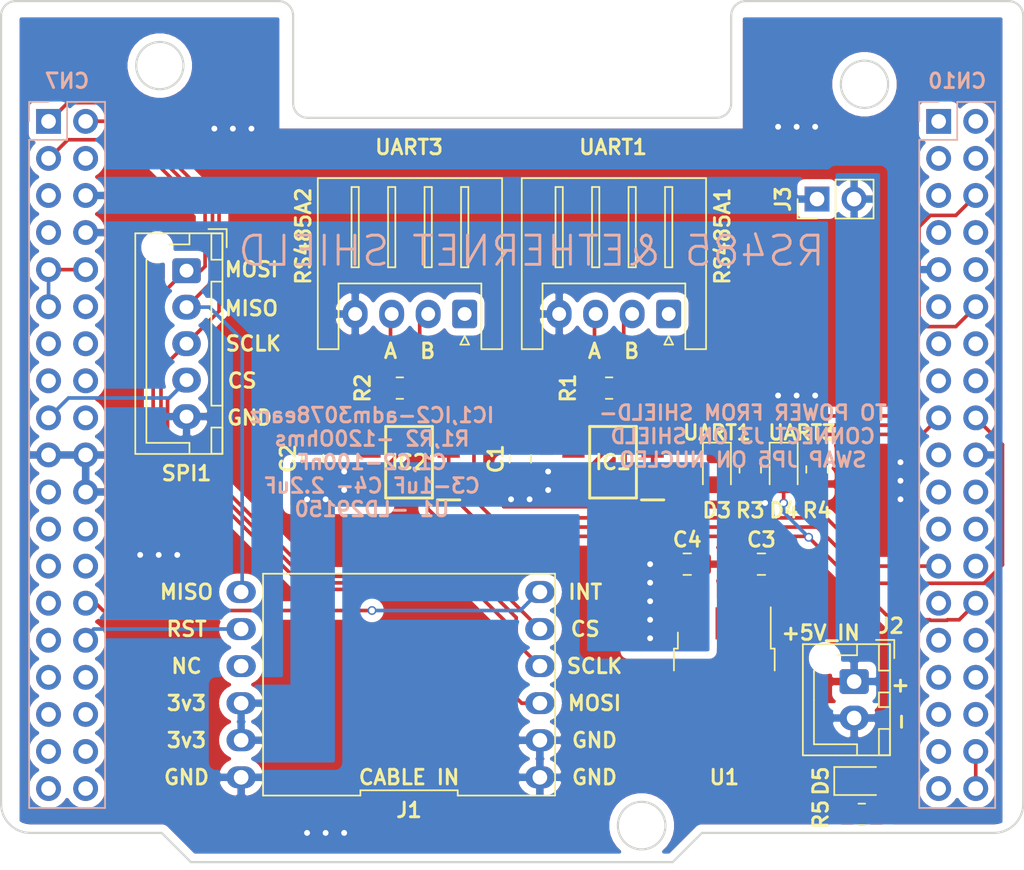
<source format=kicad_pcb>
(kicad_pcb (version 20171130) (host pcbnew "(5.1.10)-1")
  (layers (0 F.Cu signal) (31 B.Cu signal) (34 B.Paste user hide) (35 F.Paste user hide) (36 B.SilkS user) (37 F.SilkS user) (38 B.Mask user) (39 F.Mask user) (44 Edge.Cuts user))
  (net 0 "")
  (net 1 GND)
  (net 2 /NC)
  (net 3 +3V3)
  (net 4 RST)
  (net 5 INT)
  (net 6 SPI_CS)
  (net 7 SPI_MOSI)
  (net 8 SPI_MISO)
  (net 9 SPI_SCLK)
  (net 10 UART3_DE)
  (net 11 UART3_TX)
  (net 12 UART3_RX)
  (net 13 UART1_TX)
  (net 14 UART1_DE)
  (net 15 UART1_RX)
  (net 16 V_IN)
  (net 17 E5V)
  (net 18 "Net-(D3-Pad1)")
  (net 19 "Net-(D4-Pad1)")
  (net 20 "Net-(D5-Pad1)")
  (net 21 "Net-(IC1-Pad7)")
  (net 22 "Net-(IC1-Pad6)")
  (net 23 "Net-(IC2-Pad6)")
  (net 24 "Net-(IC2-Pad7)")
  (module Connector_JST:JST_XH_S4B-XH-A_1x04_P2.50mm_Horizontal (layer F.Cu) (at 161.75 84.44 180)
    (fp_text reference RS485A2 (at 11.049 5.334 90) (layer F.SilkS) (effects (font (thickness 0.2))))
    (fp_text value Conn_01x04)
    (pad 4 thru_hole oval (at 7.5 0 180) (size 1.7 1.95) (drill 0.95) (layers *.Cu *.Mask) (net 1 GND))
    (pad 3 thru_hole oval (at 5 0 180) (size 1.7 1.95) (drill 0.95) (layers *.Cu *.Mask) (net 23 "Net-(IC2-Pad6)"))
    (pad 2 thru_hole oval (at 2.5 0 180) (size 1.7 1.95) (drill 0.95) (layers *.Cu *.Mask) (net 24 "Net-(IC2-Pad7)"))
    (pad 1 thru_hole roundrect (at 0 0 180) (size 1.7 1.95) (drill 0.95) (layers *.Cu *.Mask) (roundrect_rratio 0.1470588235294118))
  )
  (module Resistor_SMD:R_0805_2012Metric_Pad1.20x1.40mm_HandSolder (layer F.Cu) (at 188.944 118.73)
    (fp_text reference R5 (at -2.81 0 90) (layer F.SilkS) (effects (font (thickness 0.2))))
    (fp_text value R)
    (pad 2 smd roundrect (at 1 0) (size 1.2 1.4) (layers F.Cu F.Paste F.Mask) (roundrect_rratio 0.2083325) (net 1 GND))
    (pad 1 smd roundrect (at -1 0) (size 1.2 1.4) (layers F.Cu F.Paste F.Mask) (roundrect_rratio 0.2083325) (net 20 "Net-(D5-Pad1)"))
  )
  (module Resistor_SMD:R_0805_2012Metric_Pad1.20x1.40mm_HandSolder (layer F.Cu) (at 185.88 95.092 270)
    (fp_text reference R4 (at 2.81 0 180) (layer F.SilkS) (effects (font (thickness 0.2))))
    (fp_text value R)
    (pad 2 smd roundrect (at 1 0 270) (size 1.2 1.4) (layers F.Cu F.Paste F.Mask) (roundrect_rratio 0.2083325) (net 1 GND))
    (pad 1 smd roundrect (at -1 0 270) (size 1.2 1.4) (layers F.Cu F.Paste F.Mask) (roundrect_rratio 0.2083325) (net 19 "Net-(D4-Pad1)"))
  )
  (module Resistor_SMD:R_0805_2012Metric_Pad1.20x1.40mm_HandSolder (layer F.Cu) (at 181.308 95.092 270)
    (fp_text reference R3 (at 2.81 0 180) (layer F.SilkS) (effects (font (thickness 0.2))))
    (fp_text value R)
    (pad 2 smd roundrect (at 1 0 270) (size 1.2 1.4) (layers F.Cu F.Paste F.Mask) (roundrect_rratio 0.2083325) (net 1 GND))
    (pad 1 smd roundrect (at -1 0 270) (size 1.2 1.4) (layers F.Cu F.Paste F.Mask) (roundrect_rratio 0.2083325) (net 18 "Net-(D3-Pad1)"))
  )
  (module Resistor_SMD:R_0805_2012Metric_Pad1.20x1.40mm_HandSolder (layer F.Cu) (at 157.305 89.52 180)
    (fp_text reference R2 (at 2.54 0 90) (layer F.SilkS) (effects (font (thickness 0.2))))
    (fp_text value 120)
    (pad 2 smd roundrect (at 1 0 180) (size 1.2 1.4) (layers F.Cu F.Paste F.Mask) (roundrect_rratio 0.2083325) (net 23 "Net-(IC2-Pad6)"))
    (pad 1 smd roundrect (at -1 0 180) (size 1.2 1.4) (layers F.Cu F.Paste F.Mask) (roundrect_rratio 0.2083325) (net 24 "Net-(IC2-Pad7)"))
  )
  (module LED_SMD:LED_0805_2012Metric_Pad1.15x1.40mm_HandSolder (layer F.Cu) (at 188.919 116.444)
    (fp_text reference D5 (at -2.785 0 90) (layer F.SilkS) (effects (font (thickness 0.2))))
    (fp_text value LED)
    (pad 2 smd roundrect (at 1.025 0) (size 1.15 1.4) (layers F.Cu F.Paste F.Mask) (roundrect_rratio 0.2173904347826087) (net 16 V_IN))
    (pad 1 smd roundrect (at -1.025 0) (size 1.15 1.4) (layers F.Cu F.Paste F.Mask) (roundrect_rratio 0.2173904347826087) (net 20 "Net-(D5-Pad1)"))
  )
  (module LED_SMD:LED_0805_2012Metric_Pad1.15x1.40mm_HandSolder (layer F.Cu) (at 183.594 95.117 270)
    (fp_text reference D4 (at 2.785 0 180) (layer F.SilkS) (effects (font (thickness 0.2))))
    (fp_text value LED)
    (pad 2 smd roundrect (at 1.025 0 270) (size 1.15 1.4) (layers F.Cu F.Paste F.Mask) (roundrect_rratio 0.2173904347826087) (net 10 UART3_DE))
    (pad 1 smd roundrect (at -1.025 0 270) (size 1.15 1.4) (layers F.Cu F.Paste F.Mask) (roundrect_rratio 0.2173904347826087) (net 19 "Net-(D4-Pad1)"))
  )
  (module LED_SMD:LED_0805_2012Metric_Pad1.15x1.40mm_HandSolder (layer F.Cu) (at 179.022 95.117 270)
    (fp_text reference D3 (at 2.785 0 180) (layer F.SilkS) (effects (font (thickness 0.2))))
    (fp_text value LED)
    (pad 2 smd roundrect (at 1.025 0 270) (size 1.15 1.4) (layers F.Cu F.Paste F.Mask) (roundrect_rratio 0.2173904347826087) (net 14 UART1_DE))
    (pad 1 smd roundrect (at -1.025 0 270) (size 1.15 1.4) (layers F.Cu F.Paste F.Mask) (roundrect_rratio 0.2173904347826087) (net 18 "Net-(D3-Pad1)"))
  )
  (module Capacitor_SMD:C_0805_2012Metric_Pad1.18x1.45mm_HandSolder (layer F.Cu) (at 151.336 94.346 90)
    (fp_text reference C2 (at 0 -1.68 90) (layer F.SilkS) (effects (font (thickness 0.2))))
    (fp_text value 100nf)
    (pad 2 smd roundrect (at 1.0375 0 90) (size 1.175 1.45) (layers F.Cu F.Paste F.Mask) (roundrect_rratio 0.2127659574468085) (net 1 GND))
    (pad 1 smd roundrect (at -1.0375 0 90) (size 1.175 1.45) (layers F.Cu F.Paste F.Mask) (roundrect_rratio 0.2127659574468085) (net 3 +3V3))
  )
  (module Connector_PinHeader_2.54mm:PinHeader_1x02_P2.54mm_Vertical (layer F.Cu) (at 185.88 76.566 90)
    (fp_text reference J3 (at 0 -2.33 90) (layer F.SilkS) (effects (font (thickness 0.2))))
    (fp_text value Conn_01x02)
    (pad 2 thru_hole oval (at 0 2.54 90) (size 1.7 1.7) (drill 1) (layers *.Cu *.Mask) (net 16 V_IN))
    (pad 1 thru_hole rect (at 0 0 90) (size 1.7 1.7) (drill 1) (layers *.Cu *.Mask) (net 17 E5V))
  )
  (module ethernet_module:ethernet_module (layer F.Cu) (at 157.94 109.84 180)
    (fp_text reference J1 (at 0 -8.6) (layer F.SilkS) (effects (font (thickness 0.2))))
    (fp_text value Conn_02x06_Counter_Clockwise)
    (fp_text user MISO (at 15.24 6.35) (layer F.SilkS) (effects (font (thickness 0.2))))
    (fp_text user RST (at 15.24 3.81) (layer F.SilkS) (effects (font (thickness 0.2))))
    (fp_text user NC (at 15.24 1.27) (layer F.SilkS) (effects (font (thickness 0.2))))
    (fp_text user 3v3 (at 15.24 -1.27) (layer F.SilkS) (effects (font (thickness 0.2))))
    (fp_text user 3v3 (at 15.24 -3.81) (layer F.SilkS) (effects (font (thickness 0.2))))
    (fp_text user GND (at 15.24 -6.35) (layer F.SilkS) (effects (font (thickness 0.2))))
    (fp_text user INT (at -12.065 6.35) (layer F.SilkS) (effects (font (thickness 0.2))))
    (fp_text user CS (at -12.065 3.81) (layer F.SilkS) (effects (font (thickness 0.2))))
    (fp_text user SCLK (at -12.7 1.27) (layer F.SilkS) (effects (font (thickness 0.2))))
    (fp_text user MOSI (at -12.7 -1.27) (layer F.SilkS) (effects (font (thickness 0.2))))
    (fp_text user GND (at -12.7 -3.81) (layer F.SilkS) (effects (font (thickness 0.2))))
    (fp_text user GND (at -12.7 -6.35) (layer F.SilkS) (effects (font (thickness 0.2))))
    (pad 6 thru_hole oval (at -8.96 6.35 90) (size 1.5 2) (drill 1) (layers *.Cu *.Mask) (net 5 INT))
    (pad 7 thru_hole oval (at 11.5 6.35 90) (size 1.5 2) (drill 1) (layers *.Cu *.Mask) (net 8 SPI_MISO))
    (pad 5 thru_hole oval (at -8.96 3.81 90) (size 1.5 2) (drill 1) (layers *.Cu *.Mask) (net 6 SPI_CS))
    (pad 8 thru_hole oval (at 11.5 3.81 90) (size 1.5 2) (drill 1) (layers *.Cu *.Mask) (net 4 RST))
    (pad 4 thru_hole oval (at -8.96 1.27 90) (size 1.5 2) (drill 1) (layers *.Cu *.Mask) (net 9 SPI_SCLK))
    (pad 9 thru_hole oval (at 11.5 1.27 90) (size 1.5 2) (drill 1) (layers *.Cu *.Mask))
    (pad 3 thru_hole oval (at -8.96 -1.27 90) (size 1.5 2) (drill 1) (layers *.Cu *.Mask) (net 7 SPI_MOSI))
    (pad 10 thru_hole oval (at 11.5 -1.27 90) (size 1.5 2) (drill 1) (layers *.Cu *.Mask) (net 3 +3V3))
    (pad 2 thru_hole oval (at -8.96 -3.81 90) (size 1.5 2) (drill 1) (layers *.Cu *.Mask) (net 1 GND))
    (pad 11 thru_hole oval (at 11.5 -3.81 90) (size 1.5 2) (drill 1) (layers *.Cu *.Mask) (net 3 +3V3))
    (pad 1 thru_hole oval (at -8.96 -6.35 90) (size 1.5 2) (drill 1) (layers *.Cu *.Mask) (net 1 GND))
    (pad 12 thru_hole oval (at 11.5 -6.35 90) (size 1.5 2) (drill 1) (layers *.Cu *.Mask) (net 1 GND))
  )
  (module Connector_JST:JST_XH_B5B-XH-AM_1x05_P2.50mm_Vertical (layer F.Cu) (at 142.7 81.472 270)
    (fp_text reference SPI1 (at 13.89 0 180) (layer F.SilkS) (effects (font (thickness 0.2))))
    (fp_text value Conn_01x05)
    (pad "" np_thru_hole circle (at -1.6 2 270) (size 1.2 1.2) (drill 1.2) (layers *.Cu *.Mask))
    (pad 5 thru_hole oval (at 10 0 270) (size 1.7 1.95) (drill 0.95) (layers *.Cu *.Mask) (net 1 GND))
    (pad 4 thru_hole oval (at 7.5 0 270) (size 1.7 1.95) (drill 0.95) (layers *.Cu *.Mask) (net 6 SPI_CS))
    (pad 3 thru_hole oval (at 5 0 270) (size 1.7 1.95) (drill 0.95) (layers *.Cu *.Mask) (net 9 SPI_SCLK))
    (pad 2 thru_hole oval (at 2.5 0 270) (size 1.7 1.95) (drill 0.95) (layers *.Cu *.Mask) (net 8 SPI_MISO))
    (pad 1 thru_hole roundrect (at 0 0 270) (size 1.7 1.95) (drill 0.95) (layers *.Cu *.Mask) (roundrect_rratio 0.1470588235294118) (net 7 SPI_MOSI))
  )
  (module Package_TO_SOT_SMD:TO-252-3_TabPin2 (layer F.Cu) (at 179.53 109.84 270)
    (fp_text reference U1 (at 6.35 0) (layer F.SilkS) (effects (font (thickness 0.2))))
    (fp_text value LD39150DT33)
    (pad 2 smd rect (at 2.1 0 270) (size 6.4 5.8) (layers F.Cu F.Mask) (net 1 GND))
    (pad 3 smd rect (at -4.2 2.28 270) (size 2.2 1.2) (layers F.Cu F.Paste F.Mask) (net 3 +3V3))
    (pad 2 smd rect (at -4.2 0 270) (size 2.2 1.2) (layers F.Cu F.Paste F.Mask) (net 1 GND))
    (pad 1 smd rect (at -4.2 -2.28 270) (size 2.2 1.2) (layers F.Cu F.Paste F.Mask) (net 16 V_IN))
  )
  (module Connector_JST:JST_XH_B2B-XH-AM_1x02_P2.50mm_Vertical (layer F.Cu) (at 188.42 109.626 270)
    (fp_text reference J2 (at -3.81 -2.54 180) (layer F.SilkS) (effects (font (thickness 0.2))))
    (fp_text value Conn_01x02)
    (pad "" np_thru_hole circle (at -1.6 2 270) (size 1.2 1.2) (drill 1.2) (layers *.Cu *.Mask))
    (pad 2 thru_hole oval (at 2.5 0 270) (size 1.7 2) (drill 1) (layers *.Cu *.Mask) (net 1 GND))
    (pad 1 thru_hole roundrect (at 0 0 270) (size 1.7 2) (drill 1) (layers *.Cu *.Mask) (roundrect_rratio 0.1470588235294118) (net 16 V_IN))
  )
  (module Capacitor_SMD:C_0805_2012Metric_Pad1.18x1.45mm_HandSolder (layer F.Cu) (at 176.99 101.585)
    (fp_text reference C4 (at 0 -1.68) (layer F.SilkS) (effects (font (thickness 0.2))))
    (fp_text value 2.2uf)
    (pad 2 smd roundrect (at 1.0375 0) (size 1.175 1.45) (layers F.Cu F.Paste F.Mask) (roundrect_rratio 0.2127659574468085) (net 1 GND))
    (pad 1 smd roundrect (at -1.0375 0) (size 1.175 1.45) (layers F.Cu F.Paste F.Mask) (roundrect_rratio 0.2127659574468085) (net 3 +3V3))
  )
  (module Capacitor_SMD:C_0805_2012Metric_Pad1.18x1.45mm_HandSolder (layer F.Cu) (at 182.07 101.585)
    (fp_text reference C3 (at 0 -1.68) (layer F.SilkS) (effects (font (thickness 0.2))))
    (fp_text value 1uf)
    (pad 2 smd roundrect (at 1.0375 0) (size 1.175 1.45) (layers F.Cu F.Paste F.Mask) (roundrect_rratio 0.2127659574468085) (net 16 V_IN))
    (pad 1 smd roundrect (at -1.0375 0) (size 1.175 1.45) (layers F.Cu F.Paste F.Mask) (roundrect_rratio 0.2127659574468085) (net 1 GND))
  )
  (module Resistor_SMD:R_0805_2012Metric_Pad1.20x1.40mm_HandSolder (layer F.Cu) (at 171.64 89.52 180)
    (fp_text reference R1 (at 2.81 0 90) (layer F.SilkS) (effects (font (thickness 0.2))))
    (fp_text value 120)
    (pad 2 smd roundrect (at 1 0 180) (size 1.2 1.4) (layers F.Cu F.Paste F.Mask) (roundrect_rratio 0.2083325) (net 22 "Net-(IC1-Pad6)"))
    (pad 1 smd roundrect (at -1 0 180) (size 1.2 1.4) (layers F.Cu F.Paste F.Mask) (roundrect_rratio 0.2083325) (net 21 "Net-(IC1-Pad7)"))
  )
  (module Capacitor_SMD:C_0805_2012Metric_Pad1.18x1.45mm_HandSolder (layer F.Cu) (at 165.56 94.3675 90)
    (fp_text reference C1 (at 0 -1.68 90) (layer F.SilkS) (effects (font (thickness 0.2))))
    (fp_text value 100nf)
    (pad 2 smd roundrect (at 1.0375 0 90) (size 1.175 1.45) (layers F.Cu F.Paste F.Mask) (roundrect_rratio 0.2127659574468085) (net 1 GND))
    (pad 1 smd roundrect (at -1.0375 0 90) (size 1.175 1.45) (layers F.Cu F.Paste F.Mask) (roundrect_rratio 0.2127659574468085) (net 3 +3V3))
  )
  (module Connector_PinSocket_2.54mm:PinSocket_2x19_P2.54mm_Vertical (layer B.Cu) (at 194.21 71.24 180)
    (fp_text reference CN10 (at -1.27 2.77) (layer B.SilkS) (effects (font (thickness 0.2)) (justify mirror)))
    (fp_text value Conn_02x19_Odd_Even)
    (pad 38 thru_hole oval (at -2.54 -45.72 180) (size 1.7 1.7) (drill 1) (layers *.Cu *.Mask) (net 2 /NC))
    (pad 37 thru_hole oval (at 0 -45.72 180) (size 1.7 1.7) (drill 1) (layers *.Cu *.Mask))
    (pad 36 thru_hole oval (at -2.54 -43.18 180) (size 1.7 1.7) (drill 1) (layers *.Cu *.Mask) (net 2 /NC))
    (pad 35 thru_hole oval (at 0 -43.18 180) (size 1.7 1.7) (drill 1) (layers *.Cu *.Mask))
    (pad 34 thru_hole oval (at -2.54 -40.64 180) (size 1.7 1.7) (drill 1) (layers *.Cu *.Mask))
    (pad 33 thru_hole oval (at 0 -40.64 180) (size 1.7 1.7) (drill 1) (layers *.Cu *.Mask))
    (pad 32 thru_hole oval (at -2.54 -38.1 180) (size 1.7 1.7) (drill 1) (layers *.Cu *.Mask))
    (pad 31 thru_hole oval (at 0 -38.1 180) (size 1.7 1.7) (drill 1) (layers *.Cu *.Mask))
    (pad 30 thru_hole oval (at -2.54 -35.56 180) (size 1.7 1.7) (drill 1) (layers *.Cu *.Mask))
    (pad 29 thru_hole oval (at 0 -35.56 180) (size 1.7 1.7) (drill 1) (layers *.Cu *.Mask))
    (pad 28 thru_hole oval (at -2.54 -33.02 180) (size 1.7 1.7) (drill 1) (layers *.Cu *.Mask) (net 10 UART3_DE))
    (pad 27 thru_hole oval (at 0 -33.02 180) (size 1.7 1.7) (drill 1) (layers *.Cu *.Mask))
    (pad 26 thru_hole oval (at -2.54 -30.48 180) (size 1.7 1.7) (drill 1) (layers *.Cu *.Mask))
    (pad 25 thru_hole oval (at 0 -30.48 180) (size 1.7 1.7) (drill 1) (layers *.Cu *.Mask) (net 11 UART3_TX))
    (pad 24 thru_hole oval (at -2.54 -27.94 180) (size 1.7 1.7) (drill 1) (layers *.Cu *.Mask))
    (pad 23 thru_hole oval (at 0 -27.94 180) (size 1.7 1.7) (drill 1) (layers *.Cu *.Mask))
    (pad 22 thru_hole oval (at -2.54 -25.4 180) (size 1.7 1.7) (drill 1) (layers *.Cu *.Mask))
    (pad 21 thru_hole oval (at 0 -25.4 180) (size 1.7 1.7) (drill 1) (layers *.Cu *.Mask))
    (pad 20 thru_hole oval (at -2.54 -22.86 180) (size 1.7 1.7) (drill 1) (layers *.Cu *.Mask) (net 1 GND))
    (pad 19 thru_hole oval (at 0 -22.86 180) (size 1.7 1.7) (drill 1) (layers *.Cu *.Mask))
    (pad 18 thru_hole oval (at -2.54 -20.32 180) (size 1.7 1.7) (drill 1) (layers *.Cu *.Mask) (net 12 UART3_RX))
    (pad 17 thru_hole oval (at 0 -20.32 180) (size 1.7 1.7) (drill 1) (layers *.Cu *.Mask) (net 13 UART1_TX))
    (pad 16 thru_hole oval (at -2.54 -17.78 180) (size 1.7 1.7) (drill 1) (layers *.Cu *.Mask))
    (pad 15 thru_hole oval (at 0 -17.78 180) (size 1.7 1.7) (drill 1) (layers *.Cu *.Mask))
    (pad 14 thru_hole oval (at -2.54 -15.24 180) (size 1.7 1.7) (drill 1) (layers *.Cu *.Mask))
    (pad 13 thru_hole oval (at 0 -15.24 180) (size 1.7 1.7) (drill 1) (layers *.Cu *.Mask))
    (pad 12 thru_hole oval (at -2.54 -12.7 180) (size 1.7 1.7) (drill 1) (layers *.Cu *.Mask) (net 14 UART1_DE))
    (pad 11 thru_hole oval (at 0 -12.7 180) (size 1.7 1.7) (drill 1) (layers *.Cu *.Mask))
    (pad 10 thru_hole oval (at -2.54 -10.16 180) (size 1.7 1.7) (drill 1) (layers *.Cu *.Mask) (net 2 /NC))
    (pad 9 thru_hole oval (at 0 -10.16 180) (size 1.7 1.7) (drill 1) (layers *.Cu *.Mask) (net 1 GND))
    (pad 8 thru_hole oval (at -2.54 -7.62 180) (size 1.7 1.7) (drill 1) (layers *.Cu *.Mask))
    (pad 7 thru_hole oval (at 0 -7.62 180) (size 1.7 1.7) (drill 1) (layers *.Cu *.Mask))
    (pad 6 thru_hole oval (at -2.54 -5.08 180) (size 1.7 1.7) (drill 1) (layers *.Cu *.Mask) (net 15 UART1_RX))
    (pad 5 thru_hole oval (at 0 -5.08 180) (size 1.7 1.7) (drill 1) (layers *.Cu *.Mask))
    (pad 4 thru_hole oval (at -2.54 -2.54 180) (size 1.7 1.7) (drill 1) (layers *.Cu *.Mask))
    (pad 3 thru_hole oval (at 0 -2.54 180) (size 1.7 1.7) (drill 1) (layers *.Cu *.Mask))
    (pad 2 thru_hole oval (at -2.54 0 180) (size 1.7 1.7) (drill 1) (layers *.Cu *.Mask))
    (pad 1 thru_hole rect (at 0 0 180) (size 1.7 1.7) (drill 1) (layers *.Cu *.Mask))
  )
  (module Connector_PinSocket_2.54mm:PinSocket_2x19_P2.54mm_Vertical (layer B.Cu) (at 133.25 71.24 180)
    (fp_text reference CN7 (at -1.27 2.77) (layer B.SilkS) (effects (font (thickness 0.2)) (justify mirror)))
    (fp_text value Conn_02x19_Odd_Even)
    (pad 38 thru_hole oval (at -2.54 -45.72 180) (size 1.7 1.7) (drill 1) (layers *.Cu *.Mask))
    (pad 37 thru_hole oval (at 0 -45.72 180) (size 1.7 1.7) (drill 1) (layers *.Cu *.Mask))
    (pad 36 thru_hole oval (at -2.54 -43.18 180) (size 1.7 1.7) (drill 1) (layers *.Cu *.Mask))
    (pad 35 thru_hole oval (at 0 -43.18 180) (size 1.7 1.7) (drill 1) (layers *.Cu *.Mask))
    (pad 34 thru_hole oval (at -2.54 -40.64 180) (size 1.7 1.7) (drill 1) (layers *.Cu *.Mask))
    (pad 33 thru_hole oval (at 0 -40.64 180) (size 1.7 1.7) (drill 1) (layers *.Cu *.Mask))
    (pad 32 thru_hole oval (at -2.54 -38.1 180) (size 1.7 1.7) (drill 1) (layers *.Cu *.Mask))
    (pad 31 thru_hole oval (at 0 -38.1 180) (size 1.7 1.7) (drill 1) (layers *.Cu *.Mask))
    (pad 30 thru_hole oval (at -2.54 -35.56 180) (size 1.7 1.7) (drill 1) (layers *.Cu *.Mask) (net 4 RST))
    (pad 29 thru_hole oval (at 0 -35.56 180) (size 1.7 1.7) (drill 1) (layers *.Cu *.Mask))
    (pad 28 thru_hole oval (at -2.54 -33.02 180) (size 1.7 1.7) (drill 1) (layers *.Cu *.Mask) (net 5 INT))
    (pad 27 thru_hole oval (at 0 -33.02 180) (size 1.7 1.7) (drill 1) (layers *.Cu *.Mask))
    (pad 26 thru_hole oval (at -2.54 -30.48 180) (size 1.7 1.7) (drill 1) (layers *.Cu *.Mask) (net 2 /NC))
    (pad 25 thru_hole oval (at 0 -30.48 180) (size 1.7 1.7) (drill 1) (layers *.Cu *.Mask))
    (pad 24 thru_hole oval (at -2.54 -27.94 180) (size 1.7 1.7) (drill 1) (layers *.Cu *.Mask))
    (pad 23 thru_hole oval (at 0 -27.94 180) (size 1.7 1.7) (drill 1) (layers *.Cu *.Mask))
    (pad 22 thru_hole oval (at -2.54 -25.4 180) (size 1.7 1.7) (drill 1) (layers *.Cu *.Mask) (net 1 GND))
    (pad 21 thru_hole oval (at 0 -25.4 180) (size 1.7 1.7) (drill 1) (layers *.Cu *.Mask))
    (pad 20 thru_hole oval (at -2.54 -22.86 180) (size 1.7 1.7) (drill 1) (layers *.Cu *.Mask) (net 1 GND))
    (pad 19 thru_hole oval (at 0 -22.86 180) (size 1.7 1.7) (drill 1) (layers *.Cu *.Mask) (net 1 GND))
    (pad 18 thru_hole oval (at -2.54 -20.32 180) (size 1.7 1.7) (drill 1) (layers *.Cu *.Mask))
    (pad 17 thru_hole oval (at 0 -20.32 180) (size 1.7 1.7) (drill 1) (layers *.Cu *.Mask) (net 6 SPI_CS))
    (pad 16 thru_hole oval (at -2.54 -17.78 180) (size 1.7 1.7) (drill 1) (layers *.Cu *.Mask))
    (pad 15 thru_hole oval (at 0 -17.78 180) (size 1.7 1.7) (drill 1) (layers *.Cu *.Mask))
    (pad 14 thru_hole oval (at -2.54 -15.24 180) (size 1.7 1.7) (drill 1) (layers *.Cu *.Mask))
    (pad 13 thru_hole oval (at 0 -15.24 180) (size 1.7 1.7) (drill 1) (layers *.Cu *.Mask))
    (pad 12 thru_hole oval (at -2.54 -12.7 180) (size 1.7 1.7) (drill 1) (layers *.Cu *.Mask))
    (pad 11 thru_hole oval (at 0 -12.7 180) (size 1.7 1.7) (drill 1) (layers *.Cu *.Mask) (net 2 /NC))
    (pad 10 thru_hole oval (at -2.54 -10.16 180) (size 1.7 1.7) (drill 1) (layers *.Cu *.Mask) (net 2 /NC))
    (pad 9 thru_hole oval (at 0 -10.16 180) (size 1.7 1.7) (drill 1) (layers *.Cu *.Mask) (net 2 /NC))
    (pad 8 thru_hole oval (at -2.54 -7.62 180) (size 1.7 1.7) (drill 1) (layers *.Cu *.Mask) (net 1 GND))
    (pad 7 thru_hole oval (at 0 -7.62 180) (size 1.7 1.7) (drill 1) (layers *.Cu *.Mask))
    (pad 6 thru_hole oval (at -2.54 -5.08 180) (size 1.7 1.7) (drill 1) (layers *.Cu *.Mask) (net 17 E5V))
    (pad 5 thru_hole oval (at 0 -5.08 180) (size 1.7 1.7) (drill 1) (layers *.Cu *.Mask))
    (pad 4 thru_hole oval (at -2.54 -2.54 180) (size 1.7 1.7) (drill 1) (layers *.Cu *.Mask))
    (pad 3 thru_hole oval (at 0 -2.54 180) (size 1.7 1.7) (drill 1) (layers *.Cu *.Mask) (net 7 SPI_MOSI))
    (pad 2 thru_hole oval (at -2.54 0 180) (size 1.7 1.7) (drill 1) (layers *.Cu *.Mask) (net 8 SPI_MISO))
    (pad 1 thru_hole rect (at 0 0 180) (size 1.7 1.7) (drill 1) (layers *.Cu *.Mask) (net 9 SPI_SCLK))
  )
  (module ADM3078EARZ:SOIC127P600X175-8N (layer F.Cu) (at 171.91 94.6 180)
    (fp_text reference IC1 (at 0 0) (layer F.SilkS) (effects (font (thickness 0.2))))
    (fp_text value ADM3078EARZ hide)
    (pad 8 smd rect (at 2.712 -1.905 270) (size 0.65 1.525) (layers F.Cu F.Paste F.Mask) (net 3 +3V3))
    (pad 7 smd rect (at 2.712 -0.635 270) (size 0.65 1.525) (layers F.Cu F.Paste F.Mask) (net 21 "Net-(IC1-Pad7)"))
    (pad 6 smd rect (at 2.712 0.635 270) (size 0.65 1.525) (layers F.Cu F.Paste F.Mask) (net 22 "Net-(IC1-Pad6)"))
    (pad 5 smd rect (at 2.712 1.905 270) (size 0.65 1.525) (layers F.Cu F.Paste F.Mask) (net 1 GND))
    (pad 4 smd rect (at -2.712 1.905 270) (size 0.65 1.525) (layers F.Cu F.Paste F.Mask) (net 13 UART1_TX))
    (pad 3 smd rect (at -2.712 0.635 270) (size 0.65 1.525) (layers F.Cu F.Paste F.Mask) (net 14 UART1_DE))
    (pad 2 smd rect (at -2.712 -0.635 270) (size 0.65 1.525) (layers F.Cu F.Paste F.Mask) (net 14 UART1_DE))
    (pad 1 smd rect (at -2.712 -1.905 270) (size 0.65 1.525) (layers F.Cu F.Paste F.Mask) (net 15 UART1_RX))
  )
  (module ADM3078EARZ:SOIC127P600X175-8N (layer F.Cu) (at 157.94 94.6 180)
    (fp_text reference IC2 (at 0 0) (layer F.SilkS) (effects (font (thickness 0.2))))
    (fp_text value ADM3078EARZ hide)
    (pad 1 smd rect (at -2.712 -1.905 270) (size 0.65 1.525) (layers F.Cu F.Paste F.Mask) (net 12 UART3_RX))
    (pad 2 smd rect (at -2.712 -0.635 270) (size 0.65 1.525) (layers F.Cu F.Paste F.Mask) (net 10 UART3_DE))
    (pad 3 smd rect (at -2.712 0.635 270) (size 0.65 1.525) (layers F.Cu F.Paste F.Mask) (net 10 UART3_DE))
    (pad 4 smd rect (at -2.712 1.905 270) (size 0.65 1.525) (layers F.Cu F.Paste F.Mask) (net 11 UART3_TX))
    (pad 5 smd rect (at 2.712 1.905 270) (size 0.65 1.525) (layers F.Cu F.Paste F.Mask) (net 1 GND))
    (pad 6 smd rect (at 2.712 0.635 270) (size 0.65 1.525) (layers F.Cu F.Paste F.Mask) (net 23 "Net-(IC2-Pad6)"))
    (pad 7 smd rect (at 2.712 -0.635 270) (size 0.65 1.525) (layers F.Cu F.Paste F.Mask) (net 24 "Net-(IC2-Pad7)"))
    (pad 8 smd rect (at 2.712 -1.905 270) (size 0.65 1.525) (layers F.Cu F.Paste F.Mask) (net 3 +3V3))
  )
  (module Connector_JST:JST_XH_S4B-XH-A_1x04_P2.50mm_Horizontal (layer F.Cu) (at 175.72 84.44 180)
    (fp_text reference RS485A1 (at -3.683 5.334 90) (layer F.SilkS) (effects (font (thickness 0.2))))
    (fp_text value Conn_01x04)
    (pad 1 thru_hole roundrect (at 0 0 180) (size 1.7 1.95) (drill 0.95) (layers *.Cu *.Mask) (roundrect_rratio 0.1470588235294118))
    (pad 2 thru_hole oval (at 2.5 0 180) (size 1.7 1.95) (drill 0.95) (layers *.Cu *.Mask) (net 21 "Net-(IC1-Pad7)"))
    (pad 3 thru_hole oval (at 5 0 180) (size 1.7 1.95) (drill 0.95) (layers *.Cu *.Mask) (net 22 "Net-(IC1-Pad6)"))
    (pad 4 thru_hole oval (at 7.5 0 180) (size 1.7 1.95) (drill 0.95) (layers *.Cu *.Mask) (net 1 GND))
  )
  (gr_text UART3 (at 184.864 92.568) (layer F.SilkS) (effects (font (size 1 1) (thickness 0.2))))
  (gr_text UART1 (at 179.022 92.568) (layer F.SilkS) (effects (font (size 1 1) (thickness 0.2))))
  (gr_text "TO POWER FROM SHIELD-\nCONNECT J3 ON SHIELD\nSWAP JP5 ON NUCLEO\n" (at 180.8 92.822) (layer B.SilkS) (effects (font (size 1 1) (thickness 0.2)) (justify mirror)))
  (gr_text - (at 191.595 112.38 90) (layer F.SilkS) (effects (font (size 1 1) (thickness 0.2))))
  (gr_text + (at 191.595 109.84) (layer F.SilkS) (effects (font (size 1 1) (thickness 0.2))))
  (gr_text +5V_IN (at 186.134 106.284) (layer F.SilkS) (effects (font (size 1 1) (thickness 0.2))))
  (gr_text "RS485 &ETHERNET SHIELD" (at 166.322 80.122) (layer B.SilkS) (effects (font (size 2 2) (thickness 0.2)) (justify mirror)))
  (gr_text "IC1,IC2-adm3078earz\nR1,R2 -120Ohms\nC1,C2-100nF\nC3-1uF C4- 2.2uF\nU1 -LD29150" (at 155.4 94.6) (layer B.SilkS) (effects (font (size 1 1) (thickness 0.2)) (justify mirror)))
  (gr_text "CABLE IN" (at 157.94 116.19) (layer F.SilkS) (effects (font (size 1 1) (thickness 0.2))))
  (gr_text B (at 173.18 86.98) (layer F.SilkS) (effects (font (size 1 1) (thickness 0.2))))
  (gr_text A (at 170.64 86.98) (layer F.SilkS) (effects (font (size 1 1) (thickness 0.2))))
  (gr_text B (at 159.21 86.98) (layer F.SilkS) (effects (font (size 1 1) (thickness 0.2))))
  (gr_text A (at 156.67 86.98) (layer F.SilkS) (effects (font (size 1 1) (thickness 0.2))))
  (gr_text GND (at 147.018 91.552) (layer F.SilkS) (effects (font (size 1 1) (thickness 0.2))))
  (gr_text CS (at 146.51 89.012) (layer F.SilkS) (effects (font (size 1 1) (thickness 0.2))))
  (gr_text SCLK (at 147.272 86.472) (layer F.SilkS) (effects (font (size 1 1) (thickness 0.2))))
  (gr_text MISO (at 147.145 84.059) (layer F.SilkS) (effects (font (size 1 1) (thickness 0.2))))
  (gr_text MOSI (at 147.145 81.392) (layer F.SilkS) (effects (font (size 1 1) (thickness 0.2))))
  (gr_text UART3 (at 157.94 73.01) (layer F.SilkS) (effects (font (size 1 1) (thickness 0.2))))
  (gr_text UART1 (at 171.91 73.01) (layer F.SilkS) (effects (font (size 1 1) (thickness 0.2))))
  (gr_circle (center 189.13 68.7) (end 190.75 68.7) (layer Edge.Cuts) (width 0.15))
  (gr_circle (center 140.87 67.42) (end 142.49 67.42) (layer Edge.Cuts) (width 0.15))
  (gr_circle (center 173.87 119.5) (end 175.5 119.5) (layer Edge.Cuts) (width 0.15))
  (gr_arc (start 132 118) (end 132 120) (angle 90) (layer Edge.Cuts) (width 0.15))
  (gr_arc (start 198 118) (end 200 118) (angle 90) (layer Edge.Cuts) (width 0.15))
  (gr_arc (start 199 64) (end 199 63) (angle 90) (layer Edge.Cuts) (width 0.15))
  (gr_arc (start 181 64) (end 180 64) (angle 90) (layer Edge.Cuts) (width 0.15))
  (gr_arc (start 179 70) (end 180 70) (angle 90) (layer Edge.Cuts) (width 0.15))
  (gr_arc (start 151 70) (end 151 71) (angle 90) (layer Edge.Cuts) (width 0.15))
  (gr_arc (start 149 64) (end 149 63) (angle 90) (layer Edge.Cuts) (width 0.15))
  (gr_arc (start 131 64) (end 130 64) (angle 90) (layer Edge.Cuts) (width 0.15))
  (gr_line (start 179 71) (end 151 71) (layer Edge.Cuts) (width 0.15))
  (gr_line (start 180 64) (end 180 70) (layer Edge.Cuts) (width 0.15))
  (gr_line (start 199 63) (end 181 63) (layer Edge.Cuts) (width 0.15))
  (gr_line (start 200 118) (end 200 64) (layer Edge.Cuts) (width 0.15))
  (gr_line (start 150 64) (end 150 70) (layer Edge.Cuts) (width 0.15))
  (gr_line (start 131 63) (end 149 63) (layer Edge.Cuts) (width 0.15))
  (gr_line (start 130 118) (end 130 64) (layer Edge.Cuts) (width 0.15))
  (gr_line (start 178 120) (end 198 120) (layer Edge.Cuts) (width 0.15))
  (gr_line (start 176 122) (end 178 120) (layer Edge.Cuts) (width 0.15))
  (gr_line (start 143 122) (end 176 122) (layer Edge.Cuts) (width 0.15))
  (gr_line (start 141 120) (end 143 122) (layer Edge.Cuts) (width 0.15))
  (gr_line (start 132 120) (end 141 120) (layer Edge.Cuts) (width 0.15))
  (via (at 183.213 71.613) (size 0.6) (drill 0.4) (layers F.Cu B.Cu) (net 1))
  (via (at 184.483 71.613) (size 0.6) (drill 0.4) (layers F.Cu B.Cu) (net 1))
  (via (at 185.753 71.613) (size 0.6) (drill 0.4) (layers F.Cu B.Cu) (net 1))
  (via (at 183.213 90.028) (size 0.6) (drill 0.4) (layers F.Cu B.Cu) (net 1))
  (via (at 184.483 90.028) (size 0.6) (drill 0.4) (layers F.Cu B.Cu) (net 1))
  (via (at 185.753 90.028) (size 0.6) (drill 0.4) (layers F.Cu B.Cu) (net 1))
  (via (at 150.955 120) (size 0.6) (drill 0.4) (layers F.Cu B.Cu) (net 1))
  (via (at 152.225 120) (size 0.6) (drill 0.4) (layers F.Cu B.Cu) (net 1))
  (via (at 153.495 120) (size 0.6) (drill 0.4) (layers F.Cu B.Cu) (net 1))
  (via (at 191.595 97.14) (size 0.6) (drill 0.4) (layers F.Cu B.Cu) (net 1))
  (via (at 191.595 95.87) (size 0.6) (drill 0.4) (layers F.Cu B.Cu) (net 1))
  (via (at 191.595 94.6) (size 0.6) (drill 0.4) (layers F.Cu B.Cu) (net 1))
  (via (at 139.525 100.95) (size 0.6) (drill 0.4) (layers F.Cu B.Cu) (net 1))
  (via (at 140.795 100.95) (size 0.6) (drill 0.4) (layers F.Cu B.Cu) (net 1))
  (via (at 142.065 100.95) (size 0.6) (drill 0.4) (layers F.Cu B.Cu) (net 1))
  (via (at 144.605 71.74) (size 0.6) (drill 0.4) (layers F.Cu B.Cu) (net 1))
  (via (at 145.875 71.74) (size 0.6) (drill 0.4) (layers F.Cu B.Cu) (net 1))
  (via (at 147.145 71.74) (size 0.6) (drill 0.4) (layers F.Cu B.Cu) (net 1))
  (via (at 182.324 97.394) (size 0.6) (drill 0.4) (layers F.Cu B.Cu) (net 1))
  (segment (start 196.75 114.42) (end 196.75 116.75) (width 0.25) (layer F.Cu) (net 2))
  (segment (start 196.75 116.75) (end 196.675 116.825) (width 0.25) (layer F.Cu) (net 2))
  (segment (start 133.25 83.94) (end 133.25 81.19) (width 0.25) (layer B.Cu) (net 2))
  (segment (start 133.25 81.19) (end 133.302 81.138) (width 0.25) (layer B.Cu) (net 2))
  (segment (start 133.25 81.4) (end 135.834 81.4) (width 0.25) (layer F.Cu) (net 2))
  (segment (start 135.834 81.4) (end 135.842 81.392) (width 0.25) (layer F.Cu) (net 2))
  (via (at 167.465 96.505) (size 0.6) (drill 0.4) (layers F.Cu B.Cu) (net 3))
  (via (at 166.195 97.14) (size 0.6) (drill 0.4) (layers F.Cu B.Cu) (net 3))
  (via (at 164.925 97.14) (size 0.6) (drill 0.4) (layers F.Cu B.Cu) (net 3))
  (via (at 167.465 95.235) (size 0.6) (drill 0.4) (layers F.Cu B.Cu) (net 3))
  (via (at 153.495 95.235) (size 0.6) (drill 0.4) (layers F.Cu B.Cu) (net 3))
  (via (at 153.495 96.505) (size 0.6) (drill 0.4) (layers F.Cu B.Cu) (net 3))
  (via (at 152.225 97.14) (size 0.6) (drill 0.4) (layers F.Cu B.Cu) (net 3))
  (via (at 150.955 97.14) (size 0.6) (drill 0.4) (layers F.Cu B.Cu) (net 3))
  (via (at 174.45 101.585) (size 0.6) (drill 0.4) (layers F.Cu B.Cu) (net 3))
  (via (at 174.45 102.855) (size 0.6) (drill 0.4) (layers F.Cu B.Cu) (net 3))
  (via (at 174.45 104.125) (size 0.6) (drill 0.4) (layers F.Cu B.Cu) (net 3))
  (via (at 174.45 105.395) (size 0.6) (drill 0.4) (layers F.Cu B.Cu) (net 3))
  (via (at 174.45 106.665) (size 0.6) (drill 0.4) (layers F.Cu B.Cu) (net 3))
  (segment (start 146.44 106.03) (end 136.35 106.03) (width 0.25) (layer B.Cu) (net 4))
  (segment (start 136.35 106.03) (end 135.842 106.538) (width 0.25) (layer B.Cu) (net 4))
  (segment (start 135.79 104.26) (end 136.485 104.26) (width 0.25) (layer F.Cu) (net 5))
  (via (at 155.4 104.76) (size 0.6) (drill 0.4) (layers F.Cu B.Cu) (net 5))
  (segment (start 136.985 104.76) (end 155.4 104.76) (width 0.25) (layer F.Cu) (net 5))
  (segment (start 136.485 104.26) (end 136.985 104.76) (width 0.25) (layer F.Cu) (net 5))
  (segment (start 155.4 104.76) (end 165.56 104.76) (width 0.25) (layer B.Cu) (net 5))
  (segment (start 165.56 104.76) (end 166.83 103.49) (width 0.25) (layer B.Cu) (net 5))
  (segment (start 163.28499 102.41499) (end 151.27699 102.41499) (width 0.25) (layer F.Cu) (net 6))
  (segment (start 166.9 106.03) (end 163.28499 102.41499) (width 0.25) (layer F.Cu) (net 6))
  (segment (start 141.39999 92.53799) (end 141.39999 90.31201) (width 0.25) (layer F.Cu) (net 6))
  (segment (start 151.27699 102.41499) (end 141.39999 92.53799) (width 0.25) (layer F.Cu) (net 6))
  (segment (start 141.39999 90.31201) (end 142.7 89.012) (width 0.25) (layer F.Cu) (net 6))
  (segment (start 134.614999 90.195001) (end 141.516999 90.195001) (width 0.25) (layer B.Cu) (net 6))
  (segment (start 133.25 91.56) (end 134.614999 90.195001) (width 0.25) (layer B.Cu) (net 6))
  (segment (start 141.516999 90.195001) (end 142.7 89.012) (width 0.25) (layer B.Cu) (net 6))
  (segment (start 140.414 83.678) (end 142.7 81.392) (width 0.25) (layer F.Cu) (net 7))
  (segment (start 162.337009 103.315009) (end 150.904188 103.315008) (width 0.25) (layer F.Cu) (net 7))
  (segment (start 164.798 105.776) (end 162.337009 103.315009) (width 0.25) (layer F.Cu) (net 7))
  (segment (start 140.414 92.82482) (end 140.414 83.678) (width 0.25) (layer F.Cu) (net 7))
  (segment (start 164.798 110.258) (end 164.798 105.776) (width 0.25) (layer F.Cu) (net 7))
  (segment (start 150.904188 103.315008) (end 140.414 92.82482) (width 0.25) (layer F.Cu) (net 7))
  (segment (start 165.65 111.11) (end 164.798 110.258) (width 0.25) (layer F.Cu) (net 7))
  (segment (start 166.9 111.11) (end 165.65 111.11) (width 0.25) (layer F.Cu) (net 7))
  (segment (start 143.97 81.177) (end 143.97 77.45641) (width 0.25) (layer F.Cu) (net 7))
  (segment (start 143.675 81.472) (end 143.97 81.177) (width 0.25) (layer F.Cu) (net 7))
  (segment (start 142.7 81.472) (end 143.675 81.472) (width 0.25) (layer F.Cu) (net 7))
  (segment (start 143.97 77.45641) (end 139.01559 72.502) (width 0.25) (layer F.Cu) (net 7))
  (segment (start 139.01559 72.502) (end 134.572 72.502) (width 0.25) (layer F.Cu) (net 7))
  (segment (start 134.572 72.502) (end 133.302 73.772) (width 0.25) (layer F.Cu) (net 7))
  (segment (start 133.302 73.772) (end 133.048 73.772) (width 0.25) (layer F.Cu) (net 7))
  (segment (start 142.7 83.972) (end 144.478 82.194) (width 0.25) (layer F.Cu) (net 8))
  (segment (start 144.478 82.194) (end 144.478 77.328) (width 0.25) (layer F.Cu) (net 8))
  (segment (start 144.478 77.328) (end 138.382 71.232) (width 0.25) (layer F.Cu) (net 8))
  (segment (start 138.382 71.232) (end 135.588 71.232) (width 0.25) (layer F.Cu) (net 8))
  (segment (start 142.7 83.972) (end 144.264 83.972) (width 0.25) (layer B.Cu) (net 8))
  (segment (start 144.264 83.972) (end 146.51 86.218) (width 0.25) (layer B.Cu) (net 8))
  (segment (start 146.51 86.218) (end 146.51 103.236) (width 0.25) (layer B.Cu) (net 8))
  (segment (start 166.9 108.57) (end 165.276795 106.946795) (width 0.25) (layer F.Cu) (net 9))
  (segment (start 165.276795 105.238795) (end 162.903 102.865) (width 0.25) (layer F.Cu) (net 9))
  (segment (start 165.276795 106.946795) (end 165.276795 105.238795) (width 0.25) (layer F.Cu) (net 9))
  (segment (start 162.903 102.865) (end 151.090589 102.864999) (width 0.25) (layer F.Cu) (net 9))
  (segment (start 140.94998 92.72439) (end 140.94998 88.22202) (width 0.25) (layer F.Cu) (net 9))
  (segment (start 151.090589 102.864999) (end 140.94998 92.72439) (width 0.25) (layer F.Cu) (net 9))
  (segment (start 140.94998 88.22202) (end 142.7 86.472) (width 0.25) (layer F.Cu) (net 9))
  (segment (start 144.928009 77.141599) (end 137.74841 69.962) (width 0.25) (layer F.Cu) (net 9))
  (segment (start 144.928009 84.243991) (end 144.928009 77.141599) (width 0.25) (layer F.Cu) (net 9))
  (segment (start 142.7 86.472) (end 144.928009 84.243991) (width 0.25) (layer F.Cu) (net 9))
  (segment (start 137.74841 69.962) (end 134.572 69.962) (width 0.25) (layer F.Cu) (net 9))
  (segment (start 134.572 69.962) (end 133.302 71.232) (width 0.25) (layer F.Cu) (net 9))
  (segment (start 159.6395 95.235) (end 160.652 95.235) (width 0.25) (layer F.Cu) (net 10))
  (segment (start 159.21 95.6645) (end 159.6395 95.235) (width 0.25) (layer F.Cu) (net 10))
  (segment (start 161.115 99.68) (end 159.21 97.775) (width 0.25) (layer F.Cu) (net 10))
  (segment (start 185.245 99.68) (end 161.115 99.68) (width 0.25) (layer F.Cu) (net 10))
  (segment (start 190.96 105.395) (end 185.3085 99.7435) (width 0.25) (layer F.Cu) (net 10))
  (segment (start 159.21 97.775) (end 159.21 95.6645) (width 0.25) (layer F.Cu) (net 10))
  (segment (start 193.645999 105.435001) (end 193.605998 105.395) (width 0.25) (layer F.Cu) (net 10))
  (segment (start 194.814002 105.395) (end 194.774001 105.435001) (width 0.25) (layer F.Cu) (net 10))
  (segment (start 193.605998 105.395) (end 190.96 105.395) (width 0.25) (layer F.Cu) (net 10))
  (segment (start 195.615 105.395) (end 194.814002 105.395) (width 0.25) (layer F.Cu) (net 10))
  (segment (start 194.774001 105.435001) (end 193.645999 105.435001) (width 0.25) (layer F.Cu) (net 10))
  (segment (start 196.75 104.26) (end 195.615 105.395) (width 0.25) (layer F.Cu) (net 10))
  (segment (start 160.652 93.965) (end 160.652 95.235) (width 0.25) (layer F.Cu) (net 10))
  (segment (start 185.3085 99.7435) (end 185.245 99.68) (width 0.25) (layer F.Cu) (net 10))
  (via (at 185.3085 99.7435) (size 0.6) (drill 0.4) (layers F.Cu B.Cu) (net 10))
  (via (at 183.594 97.394) (size 0.6) (drill 0.4) (layers F.Cu B.Cu) (net 10))
  (segment (start 183.594 96.142) (end 183.594 97.394) (width 0.25) (layer F.Cu) (net 10))
  (segment (start 183.594 98.029) (end 185.3085 99.7435) (width 0.25) (layer B.Cu) (net 10))
  (segment (start 183.594 97.394) (end 183.594 98.029) (width 0.25) (layer B.Cu) (net 10))
  (segment (start 161.6645 92.695) (end 160.652 92.695) (width 0.25) (layer F.Cu) (net 11))
  (segment (start 162.385 93.4155) (end 161.6645 92.695) (width 0.25) (layer F.Cu) (net 11))
  (segment (start 162.385 97.14) (end 162.385 93.4155) (width 0.25) (layer F.Cu) (net 11))
  (segment (start 189.825 101.72) (end 186.515 98.41) (width 0.25) (layer F.Cu) (net 11))
  (segment (start 163.655 98.41) (end 162.385 97.14) (width 0.25) (layer F.Cu) (net 11))
  (segment (start 186.515 98.41) (end 163.655 98.41) (width 0.25) (layer F.Cu) (net 11))
  (segment (start 194.21 101.72) (end 189.825 101.72) (width 0.25) (layer F.Cu) (net 11))
  (segment (start 189.729296 102.895001) (end 197.314001 102.895001) (width 0.25) (layer F.Cu) (net 12))
  (segment (start 185.879295 99.045) (end 189.729296 102.895001) (width 0.25) (layer F.Cu) (net 12))
  (segment (start 198.58 93.39) (end 196.75 91.56) (width 0.25) (layer F.Cu) (net 12))
  (segment (start 163.02 99.045) (end 185.879295 99.045) (width 0.25) (layer F.Cu) (net 12))
  (segment (start 160.652 96.677) (end 163.02 99.045) (width 0.25) (layer F.Cu) (net 12))
  (segment (start 198.58 101.629002) (end 198.58 93.39) (width 0.25) (layer F.Cu) (net 12))
  (segment (start 197.314001 102.895001) (end 198.58 101.629002) (width 0.25) (layer F.Cu) (net 12))
  (segment (start 160.652 96.505) (end 160.652 96.677) (width 0.25) (layer F.Cu) (net 12))
  (segment (start 193.075 92.695) (end 194.21 91.56) (width 0.25) (layer F.Cu) (net 13))
  (segment (start 174.622 92.695) (end 193.075 92.695) (width 0.25) (layer F.Cu) (net 13))
  (segment (start 173.6095 93.965) (end 173.18 93.5355) (width 0.25) (layer F.Cu) (net 14))
  (segment (start 174.622 93.965) (end 173.6095 93.965) (width 0.25) (layer F.Cu) (net 14))
  (segment (start 173.599499 92.044999) (end 175.704999 92.044999) (width 0.25) (layer F.Cu) (net 14))
  (segment (start 173.18 92.464498) (end 173.599499 92.044999) (width 0.25) (layer F.Cu) (net 14))
  (segment (start 173.18 93.5355) (end 173.18 92.464498) (width 0.25) (layer F.Cu) (net 14))
  (segment (start 175.704999 92.044999) (end 175.72 92.06) (width 0.25) (layer F.Cu) (net 14))
  (segment (start 175.72 92.06) (end 191.595 92.06) (width 0.25) (layer F.Cu) (net 14))
  (segment (start 191.595 92.06) (end 192.23 91.425) (width 0.25) (layer F.Cu) (net 14))
  (segment (start 192.23 91.425) (end 192.23 86.345) (width 0.25) (layer F.Cu) (net 14))
  (segment (start 195.385001 85.304999) (end 196.75 83.94) (width 0.25) (layer F.Cu) (net 14))
  (segment (start 193.270001 85.304999) (end 195.385001 85.304999) (width 0.25) (layer F.Cu) (net 14))
  (segment (start 192.23 86.345) (end 193.270001 85.304999) (width 0.25) (layer F.Cu) (net 14))
  (segment (start 174.622 93.965) (end 174.622 95.235) (width 0.25) (layer F.Cu) (net 14))
  (segment (start 174.622 95.235) (end 176.609 95.235) (width 0.25) (layer F.Cu) (net 14))
  (segment (start 176.609 95.235) (end 177.498 96.124) (width 0.25) (layer F.Cu) (net 14))
  (segment (start 177.498 96.124) (end 179.022 96.124) (width 0.25) (layer F.Cu) (net 14))
  (segment (start 193.645999 77.684999) (end 195.385001 77.684999) (width 0.25) (layer F.Cu) (net 15))
  (segment (start 192.865 78.465998) (end 193.645999 77.684999) (width 0.25) (layer F.Cu) (net 15))
  (segment (start 192.865 85.07359) (end 192.865 78.465998) (width 0.25) (layer F.Cu) (net 15))
  (segment (start 191.595 86.34359) (end 192.865 85.07359) (width 0.25) (layer F.Cu) (net 15))
  (segment (start 195.385001 77.684999) (end 196.75 76.32) (width 0.25) (layer F.Cu) (net 15))
  (segment (start 191.595 90.79) (end 191.595 86.34359) (width 0.25) (layer F.Cu) (net 15))
  (segment (start 173.583088 91.425) (end 190.96 91.425) (width 0.25) (layer F.Cu) (net 15))
  (segment (start 190.96 91.425) (end 191.595 90.79) (width 0.25) (layer F.Cu) (net 15))
  (segment (start 172.729991 92.278097) (end 173.583088 91.425) (width 0.25) (layer F.Cu) (net 15))
  (segment (start 172.729991 95.625491) (end 172.729991 92.278097) (width 0.25) (layer F.Cu) (net 15))
  (segment (start 173.6095 96.505) (end 172.729991 95.625491) (width 0.25) (layer F.Cu) (net 15))
  (segment (start 174.622 96.505) (end 173.6095 96.505) (width 0.25) (layer F.Cu) (net 15))
  (segment (start 189.69 116.19) (end 189.69 116.825) (width 0.25) (layer F.Cu) (net 16))
  (segment (start 186.515 113.015) (end 189.69 116.19) (width 0.25) (layer F.Cu) (net 16))
  (segment (start 186.515 109.84) (end 186.515 113.015) (width 0.25) (layer F.Cu) (net 16))
  (segment (start 186.729 109.626) (end 186.515 109.84) (width 0.25) (layer F.Cu) (net 16))
  (segment (start 188.42 109.626) (end 186.729 109.626) (width 0.25) (layer F.Cu) (net 16))
  (segment (start 179.022 94.092) (end 181.308 94.092) (width 0.25) (layer F.Cu) (net 18))
  (segment (start 183.594 94.092) (end 185.88 94.092) (width 0.25) (layer F.Cu) (net 19))
  (segment (start 187.894 116.444) (end 187.894 118.621) (width 0.25) (layer F.Cu) (net 20))
  (segment (start 187.894 118.621) (end 187.785 118.73) (width 0.25) (layer F.Cu) (net 20))
  (segment (start 172.64 89.52) (end 171.37 90.79) (width 0.25) (layer F.Cu) (net 21))
  (segment (start 171.37 90.79) (end 171.37 93.87) (width 0.25) (layer F.Cu) (net 21))
  (segment (start 170.005 95.235) (end 169.198 95.235) (width 0.25) (layer F.Cu) (net 21))
  (segment (start 171.37 93.87) (end 170.005 95.235) (width 0.25) (layer F.Cu) (net 21))
  (segment (start 172.64 85.02) (end 173.22 84.44) (width 0.25) (layer F.Cu) (net 21))
  (segment (start 172.64 89.52) (end 172.64 85.02) (width 0.25) (layer F.Cu) (net 21))
  (segment (start 170.2105 93.965) (end 169.198 93.965) (width 0.25) (layer F.Cu) (net 22))
  (segment (start 170.64 93.5355) (end 170.2105 93.965) (width 0.25) (layer F.Cu) (net 22))
  (segment (start 170.64 89.52) (end 170.64 93.5355) (width 0.25) (layer F.Cu) (net 22))
  (segment (start 170.64 84.52) (end 170.72 84.44) (width 0.25) (layer F.Cu) (net 22))
  (segment (start 170.64 89.52) (end 170.64 84.52) (width 0.25) (layer F.Cu) (net 22))
  (segment (start 156.2405 93.965) (end 155.228 93.965) (width 0.25) (layer F.Cu) (net 23))
  (segment (start 156.67 93.5355) (end 156.2405 93.965) (width 0.25) (layer F.Cu) (net 23))
  (segment (start 156.67 89.52) (end 156.67 93.5355) (width 0.25) (layer F.Cu) (net 23))
  (segment (start 156.67 84.52) (end 156.75 84.44) (width 0.25) (layer F.Cu) (net 23))
  (segment (start 156.67 89.52) (end 156.67 84.52) (width 0.25) (layer F.Cu) (net 23))
  (segment (start 158.67 89.52) (end 157.4 90.79) (width 0.25) (layer F.Cu) (net 24))
  (segment (start 156.035 95.235) (end 155.228 95.235) (width 0.25) (layer F.Cu) (net 24))
  (segment (start 157.4 93.87) (end 156.035 95.235) (width 0.25) (layer F.Cu) (net 24))
  (segment (start 157.4 90.79) (end 157.4 93.87) (width 0.25) (layer F.Cu) (net 24))
  (segment (start 158.67 85.02) (end 159.25 84.44) (width 0.25) (layer F.Cu) (net 24))
  (segment (start 158.67 89.52) (end 158.67 85.02) (width 0.25) (layer F.Cu) (net 24))
  (zone (net 16) (net_name V_IN) (layer F.Cu) (priority 1) (connect_pads (clearance 0.508)) (min_thickness 0.254) (fill yes (arc_segments 32) (thermal_gap 0.508) (thermal_bridge_width 0.508) (smoothing chamfer))
    (polygon (pts (xy 184.61 102.855) (xy 185.88 104.125) (xy 185.88 107.935) (xy 189.563 107.935) (xy 189.563 111.11) (xy 185.88 111.11) (xy 182.705 107.935) (xy 180.8 107.935) (xy 180.8 104.125) (xy 182.07 102.855) (xy 182.07 100.315) (xy 184.61 100.315)))
  )
  (zone (net 3) (net_name +3V3) (layer F.Cu) (priority 1) (connect_pads (clearance 0.508)) (min_thickness 0.254) (fill yes (arc_segments 32) (thermal_gap 0.508) (thermal_bridge_width 0.508) (smoothing chamfer))
    (polygon (pts (xy 170.64 97.775) (xy 164.29 97.775) (xy 164.29 94.6) (xy 170.64 94.6)))
  )
  (zone (net 1) (net_name GND) (layer F.Cu) (connect_pads (clearance 0.508)) (min_thickness 0.254) (fill yes (arc_segments 32) (thermal_gap 0.508) (thermal_bridge_width 0.508) (smoothing chamfer))
    (polygon (pts (xy 149.05 71.74) (xy 180.8 71.74) (xy 180.8 64.12) (xy 198.58 64.12) (xy 198.58 122.54) (xy 131.27 122.54) (xy 131.27 64.12) (xy 149.05 64.12)))
  )
  (zone (net 1) (net_name GND) (layer B.Cu) (connect_pads (clearance 0.508)) (min_thickness 0.254) (fill yes (arc_segments 32) (thermal_gap 0.508) (thermal_bridge_width 0.508) (smoothing chamfer))
    (polygon (pts (xy 149.05 71.74) (xy 180.8 71.74) (xy 180.8 64.12) (xy 198.58 64.12) (xy 198.58 122.54) (xy 131.27 122.54) (xy 131.27 64.12) (xy 149.05 64.12)))
  )
  (zone (net 16) (net_name V_IN) (layer B.Cu) (priority 1) (connect_pads (clearance 0.508)) (min_thickness 0.254) (fill yes (arc_segments 32) (thermal_gap 0.508) (thermal_bridge_width 0.508))
    (polygon (pts (xy 190.198 111.11) (xy 187.15 111.11) (xy 187.15 74.788) (xy 190.198 74.788)))
  )
  (zone (net 17) (net_name E5V) (layer B.Cu) (priority 1) (connect_pads (clearance 0.508)) (min_thickness 0.254) (fill yes (arc_segments 32) (thermal_gap 0.508) (thermal_bridge_width 0.508))
    (polygon (pts (xy 186.642 77.582) (xy 134.572 77.582) (xy 134.572 75.042) (xy 186.642 75.042)))
  )
  (zone (net 3) (net_name +3V3) (layer F.Cu) (priority 1) (connect_pads (clearance 0.508)) (min_thickness 0.254) (fill yes (arc_segments 32) (thermal_gap 0.508) (thermal_bridge_width 0.508))
    (polygon (pts (xy 156.416 97.648) (xy 149.812 97.648) (xy 149.812 94.6) (xy 156.416 94.6)))
  )
  (zone (net 3) (net_name +3V3) (layer F.Cu) (priority 1) (connect_pads (clearance 0.508)) (min_thickness 0.254) (fill yes (arc_segments 32) (thermal_gap 0.508) (thermal_bridge_width 0.508))
    (polygon (pts (xy 176.99 102.982) (xy 178.514 102.982) (xy 178.514 107.554) (xy 172.926 107.554) (xy 172.926 100.442) (xy 176.99 100.442)))
  )
  (zone (net 3) (net_name +3V3) (layer B.Cu) (priority 1) (connect_pads (clearance 0.508)) (min_thickness 0.254) (fill yes (arc_segments 32) (thermal_gap 0.508) (thermal_bridge_width 0.508))
    (polygon (pts (xy 172.672 94.6) (xy 178.514 94.6) (xy 178.514 102.093) (xy 178.514 102.982) (xy 178.514 107.554) (xy 170.132 107.554) (xy 170.132 97.648) (xy 152.86 97.648) (xy 152.86 115.174) (xy 144.732 115.174) (xy 144.732 109.84) (xy 149.812 109.84) (xy 149.812 94.6)))
  )
)
</source>
